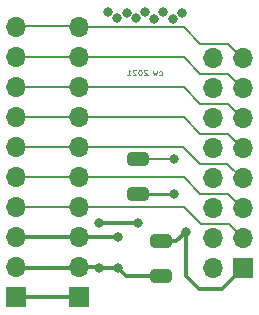
<source format=gbr>
%TF.GenerationSoftware,KiCad,Pcbnew,(6.99.0-1006-g2560c8f31b)*%
%TF.CreationDate,2022-03-06T10:16:36+01:00*%
%TF.ProjectId,freeDSP-aurora-expansion-port-extender,66726565-4453-4502-9d61-75726f72612d,rev?*%
%TF.SameCoordinates,Original*%
%TF.FileFunction,Copper,L2,Bot*%
%TF.FilePolarity,Positive*%
%FSLAX46Y46*%
G04 Gerber Fmt 4.6, Leading zero omitted, Abs format (unit mm)*
G04 Created by KiCad (PCBNEW (6.99.0-1006-g2560c8f31b)) date 2022-03-06 10:16:36*
%MOMM*%
%LPD*%
G01*
G04 APERTURE LIST*
G04 Aperture macros list*
%AMRoundRect*
0 Rectangle with rounded corners*
0 $1 Rounding radius*
0 $2 $3 $4 $5 $6 $7 $8 $9 X,Y pos of 4 corners*
0 Add a 4 corners polygon primitive as box body*
4,1,4,$2,$3,$4,$5,$6,$7,$8,$9,$2,$3,0*
0 Add four circle primitives for the rounded corners*
1,1,$1+$1,$2,$3*
1,1,$1+$1,$4,$5*
1,1,$1+$1,$6,$7*
1,1,$1+$1,$8,$9*
0 Add four rect primitives between the rounded corners*
20,1,$1+$1,$2,$3,$4,$5,0*
20,1,$1+$1,$4,$5,$6,$7,0*
20,1,$1+$1,$6,$7,$8,$9,0*
20,1,$1+$1,$8,$9,$2,$3,0*%
G04 Aperture macros list end*
%ADD10C,0.060000*%
%TA.AperFunction,NonConductor*%
%ADD11C,0.060000*%
%TD*%
%TA.AperFunction,ComponentPad*%
%ADD12R,1.700000X1.700000*%
%TD*%
%TA.AperFunction,ComponentPad*%
%ADD13O,1.700000X1.700000*%
%TD*%
%TA.AperFunction,SMDPad,CuDef*%
%ADD14RoundRect,0.249550X-0.650450X0.325450X-0.650450X-0.325450X0.650450X-0.325450X0.650450X0.325450X0*%
%TD*%
%TA.AperFunction,ViaPad*%
%ADD15C,0.800000*%
%TD*%
%TA.AperFunction,Conductor*%
%ADD16C,0.250000*%
%TD*%
%TA.AperFunction,Conductor*%
%ADD17C,0.500000*%
%TD*%
%TA.AperFunction,Conductor*%
%ADD18C,0.350000*%
%TD*%
%TA.AperFunction,Conductor*%
%ADD19C,0.200000*%
%TD*%
G04 APERTURE END LIST*
D10*
D11*
X151159436Y-80267780D02*
X151207055Y-80291590D01*
X151207055Y-80291590D02*
X151302293Y-80291590D01*
X151302293Y-80291590D02*
X151349912Y-80267780D01*
X151349912Y-80267780D02*
X151373722Y-80243971D01*
X151373722Y-80243971D02*
X151397531Y-80196352D01*
X151397531Y-80196352D02*
X151397531Y-80053495D01*
X151397531Y-80053495D02*
X151373722Y-80005876D01*
X151373722Y-80005876D02*
X151349912Y-79982066D01*
X151349912Y-79982066D02*
X151302293Y-79958257D01*
X151302293Y-79958257D02*
X151207055Y-79958257D01*
X151207055Y-79958257D02*
X151159436Y-79982066D01*
X150992770Y-79958257D02*
X150897532Y-80291590D01*
X150897532Y-80291590D02*
X150802294Y-80053495D01*
X150802294Y-80053495D02*
X150707056Y-80291590D01*
X150707056Y-80291590D02*
X150611818Y-79958257D01*
X150145150Y-79839209D02*
X150121341Y-79815400D01*
X150121341Y-79815400D02*
X150073722Y-79791590D01*
X150073722Y-79791590D02*
X149954674Y-79791590D01*
X149954674Y-79791590D02*
X149907055Y-79815400D01*
X149907055Y-79815400D02*
X149883246Y-79839209D01*
X149883246Y-79839209D02*
X149859436Y-79886828D01*
X149859436Y-79886828D02*
X149859436Y-79934447D01*
X149859436Y-79934447D02*
X149883246Y-80005876D01*
X149883246Y-80005876D02*
X150168960Y-80291590D01*
X150168960Y-80291590D02*
X149859436Y-80291590D01*
X149549913Y-79791590D02*
X149502294Y-79791590D01*
X149502294Y-79791590D02*
X149454675Y-79815400D01*
X149454675Y-79815400D02*
X149430865Y-79839209D01*
X149430865Y-79839209D02*
X149407056Y-79886828D01*
X149407056Y-79886828D02*
X149383246Y-79982066D01*
X149383246Y-79982066D02*
X149383246Y-80101114D01*
X149383246Y-80101114D02*
X149407056Y-80196352D01*
X149407056Y-80196352D02*
X149430865Y-80243971D01*
X149430865Y-80243971D02*
X149454675Y-80267780D01*
X149454675Y-80267780D02*
X149502294Y-80291590D01*
X149502294Y-80291590D02*
X149549913Y-80291590D01*
X149549913Y-80291590D02*
X149597532Y-80267780D01*
X149597532Y-80267780D02*
X149621341Y-80243971D01*
X149621341Y-80243971D02*
X149645151Y-80196352D01*
X149645151Y-80196352D02*
X149668960Y-80101114D01*
X149668960Y-80101114D02*
X149668960Y-79982066D01*
X149668960Y-79982066D02*
X149645151Y-79886828D01*
X149645151Y-79886828D02*
X149621341Y-79839209D01*
X149621341Y-79839209D02*
X149597532Y-79815400D01*
X149597532Y-79815400D02*
X149549913Y-79791590D01*
X149192770Y-79839209D02*
X149168961Y-79815400D01*
X149168961Y-79815400D02*
X149121342Y-79791590D01*
X149121342Y-79791590D02*
X149002294Y-79791590D01*
X149002294Y-79791590D02*
X148954675Y-79815400D01*
X148954675Y-79815400D02*
X148930866Y-79839209D01*
X148930866Y-79839209D02*
X148907056Y-79886828D01*
X148907056Y-79886828D02*
X148907056Y-79934447D01*
X148907056Y-79934447D02*
X148930866Y-80005876D01*
X148930866Y-80005876D02*
X149216580Y-80291590D01*
X149216580Y-80291590D02*
X148907056Y-80291590D01*
X148430866Y-80291590D02*
X148716580Y-80291590D01*
X148573723Y-80291590D02*
X148573723Y-79791590D01*
X148573723Y-79791590D02*
X148621342Y-79863019D01*
X148621342Y-79863019D02*
X148668961Y-79910638D01*
X148668961Y-79910638D02*
X148716580Y-79934447D01*
D12*
%TO.P,J4,0*%
%TO.N,+3V3*%
X144376999Y-99089999D03*
D13*
%TO.P,J4,1*%
%TO.N,GND*%
X144376999Y-96549999D03*
%TO.P,J4,2*%
%TO.N,+12V*%
X144376999Y-94009999D03*
%TO.P,J4,3*%
%TO.N,MDI:3*%
X144376999Y-91469999D03*
%TO.P,J4,4*%
%TO.N,MDO:3*%
X144376999Y-88929999D03*
%TO.P,J4,5*%
%TO.N,BCLK:3*%
X144376999Y-86389999D03*
%TO.P,J4,6*%
%TO.N,LRCK:3*%
X144376999Y-83849999D03*
%TO.P,J4,7*%
%TO.N,SDA*%
X144376999Y-81309999D03*
%TO.P,J4,8*%
%TO.N,SCL*%
X144376999Y-78769999D03*
%TO.P,J4,9*%
%TO.N,MCLK*%
X144376999Y-76229999D03*
%TD*%
D12*
%TO.P,J4,0*%
%TO.N,+3V3*%
X139042999Y-99084999D03*
D13*
%TO.P,J4,1*%
%TO.N,GND*%
X139042999Y-96544999D03*
%TO.P,J4,2*%
%TO.N,+12V*%
X139042999Y-94004999D03*
%TO.P,J4,3*%
%TO.N,MDI:3*%
X139042999Y-91464999D03*
%TO.P,J4,4*%
%TO.N,MDO:3*%
X139042999Y-88924999D03*
%TO.P,J4,5*%
%TO.N,BCLK:3*%
X139042999Y-86384999D03*
%TO.P,J4,6*%
%TO.N,LRCK:3*%
X139042999Y-83844999D03*
%TO.P,J4,7*%
%TO.N,SDA*%
X139042999Y-81304999D03*
%TO.P,J4,8*%
%TO.N,SCL*%
X139042999Y-78764999D03*
%TO.P,J4,9*%
%TO.N,MCLK*%
X139042999Y-76224999D03*
%TD*%
D14*
%TO.P,C11,1*%
%TO.N,+12V*%
X151260400Y-94335000D03*
%TO.P,C11,2*%
%TO.N,GND*%
X151260400Y-97285000D03*
%TD*%
D12*
%TO.P,J2,1*%
%TO.N,+12V*%
X158219999Y-96626199D03*
D13*
%TO.P,J2,2*%
%TO.N,GND*%
X155679999Y-96626199D03*
%TO.P,J2,3*%
%TO.N,MDI:3*%
X158219999Y-94086199D03*
%TO.P,J2,4*%
%TO.N,GND*%
X155679999Y-94086199D03*
%TO.P,J2,5*%
%TO.N,MDO:3*%
X158219999Y-91546199D03*
%TO.P,J2,6*%
%TO.N,GND*%
X155679999Y-91546199D03*
%TO.P,J2,7*%
%TO.N,BCLK:3*%
X158219999Y-89006199D03*
%TO.P,J2,8*%
%TO.N,GND*%
X155679999Y-89006199D03*
%TO.P,J2,9*%
%TO.N,LRCK:3*%
X158219999Y-86466199D03*
%TO.P,J2,10*%
%TO.N,GND*%
X155679999Y-86466199D03*
%TO.P,J2,11*%
%TO.N,SDA*%
X158219999Y-83926199D03*
%TO.P,J2,12*%
%TO.N,GND*%
X155679999Y-83926199D03*
%TO.P,J2,13*%
%TO.N,SCL*%
X158219999Y-81386199D03*
%TO.P,J2,14*%
%TO.N,GND*%
X155679999Y-81386199D03*
%TO.P,J2,15*%
%TO.N,MCLK*%
X158219999Y-78846199D03*
%TO.P,J2,16*%
%TO.N,GND*%
X155679999Y-78846199D03*
%TD*%
D14*
%TO.P,C22,1*%
%TO.N,+3V3*%
X149355400Y-87378800D03*
%TO.P,C22,2*%
%TO.N,GND*%
X149355400Y-90328800D03*
%TD*%
D15*
%TO.N,*%
X153089200Y-74985400D03*
X152327200Y-75544200D03*
X149965000Y-74960000D03*
X147602800Y-75442600D03*
X148390200Y-74985400D03*
X149152200Y-75468000D03*
X150727000Y-75493400D03*
X151489000Y-74960000D03*
X146815400Y-74960000D03*
%TO.N,GND*%
X147653600Y-96626200D03*
X149355400Y-92790800D03*
X146053400Y-96626200D03*
X146053400Y-92790800D03*
X152428800Y-90327000D03*
%TO.N,+12V*%
X153419400Y-93527400D03*
X147653600Y-94010000D03*
%TO.N,+3V3*%
X152403400Y-87355200D03*
%TD*%
D16*
%TO.N,GND*%
X152428800Y-90327000D02*
X152427000Y-90328800D01*
D17*
X139048000Y-96550000D02*
X139043000Y-96545000D01*
D18*
X147399600Y-96626200D02*
X146764600Y-96626200D01*
X146764600Y-96626200D02*
X146104200Y-96626200D01*
X144377000Y-96550000D02*
X146028000Y-96550000D01*
X148312400Y-97285000D02*
X147653600Y-96626200D01*
X144399900Y-96575400D02*
X139070900Y-96575400D01*
D16*
X152427000Y-90328800D02*
X149355400Y-90328800D01*
D19*
X144453200Y-96626200D02*
X144377000Y-96550000D01*
D18*
X146053400Y-92790800D02*
X149355400Y-92790800D01*
D19*
X146028000Y-96550000D02*
X146104200Y-96626200D01*
D18*
X151260400Y-97285000D02*
X148312400Y-97285000D01*
%TO.N,+12V*%
X152611800Y-94335000D02*
X151260400Y-94335000D01*
X158220000Y-96626200D02*
X156492800Y-98353400D01*
X153419400Y-93527400D02*
X152611800Y-94335000D01*
X154486200Y-98353400D02*
X153419400Y-97286600D01*
X147653600Y-94010000D02*
X144377000Y-94010000D01*
X156492800Y-98353400D02*
X154486200Y-98353400D01*
X153419400Y-97286600D02*
X153419400Y-93527400D01*
X144377000Y-94010000D02*
X139048000Y-94010000D01*
D19*
X139048000Y-94010000D02*
X139043000Y-94005000D01*
%TO.N,+3V3*%
X152403400Y-87355200D02*
X152379800Y-87378800D01*
X139048000Y-99090000D02*
X139043000Y-99085000D01*
D18*
X144377000Y-99090000D02*
X139048000Y-99090000D01*
D19*
X152379800Y-87378800D02*
X149355400Y-87378800D01*
%TO.N,SCL*%
X154638600Y-80192400D02*
X156975400Y-80192400D01*
X153216200Y-78770000D02*
X154638600Y-80192400D01*
X144377000Y-79300000D02*
X144377000Y-78770000D01*
X156975400Y-80192400D02*
X158169200Y-81386200D01*
X144377000Y-78770000D02*
X139048000Y-78770000D01*
X139048000Y-78770000D02*
X139043000Y-78765000D01*
X144326200Y-78770000D02*
X153216200Y-78770000D01*
%TO.N,SDA*%
X144377000Y-81310000D02*
X139048000Y-81310000D01*
X154638600Y-82732400D02*
X156975400Y-82732400D01*
X153216200Y-81310000D02*
X154638600Y-82732400D01*
X139048000Y-81310000D02*
X139043000Y-81305000D01*
X144326200Y-81310000D02*
X153216200Y-81310000D01*
X156975400Y-82732400D02*
X158169200Y-83926200D01*
%TO.N,BCLK:3*%
X156930000Y-87751200D02*
X158123800Y-88945000D01*
X154593200Y-87751200D02*
X156930000Y-87751200D01*
X153170800Y-86328800D02*
X154593200Y-87751200D01*
X144280800Y-86328800D02*
X153170800Y-86328800D01*
X139048000Y-86390000D02*
X139043000Y-86385000D01*
X144377000Y-86390000D02*
X139048000Y-86390000D01*
%TO.N,MDO:3*%
X156975400Y-90352400D02*
X158169200Y-91546200D01*
X139048000Y-88930000D02*
X139043000Y-88925000D01*
X154638600Y-90352400D02*
X156975400Y-90352400D01*
X144326200Y-88930000D02*
X153216200Y-88930000D01*
X153216200Y-88930000D02*
X154638600Y-90352400D01*
X144377000Y-88930000D02*
X139048000Y-88930000D01*
%TO.N,MDI:3*%
X154689400Y-92892400D02*
X157026200Y-92892400D01*
X144377000Y-91470000D02*
X153267000Y-91470000D01*
X153267000Y-91470000D02*
X154689400Y-92892400D01*
X144377000Y-91470000D02*
X139048000Y-91470000D01*
X157026200Y-92892400D02*
X158220000Y-94086200D01*
X139048000Y-91470000D02*
X139043000Y-91465000D01*
%TO.N,MCLK*%
X144326200Y-76230000D02*
X153216200Y-76230000D01*
X156975400Y-77652400D02*
X158169200Y-78846200D01*
X154638600Y-77652400D02*
X156975400Y-77652400D01*
X144399900Y-76128400D02*
X139070900Y-76128400D01*
D17*
X139048000Y-76230000D02*
X139043000Y-76225000D01*
D19*
X153216200Y-76230000D02*
X154638600Y-77652400D01*
%TO.N,LRCK:3*%
X144326200Y-83850000D02*
X153216200Y-83850000D01*
X144377000Y-83850000D02*
X139048000Y-83850000D01*
X139048000Y-83850000D02*
X139043000Y-83845000D01*
X156975400Y-85272400D02*
X158169200Y-86466200D01*
X154638600Y-85272400D02*
X156975400Y-85272400D01*
X153216200Y-83850000D02*
X154638600Y-85272400D01*
%TD*%
M02*

</source>
